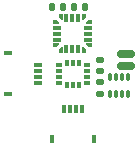
<source format=gts>
G04 #@! TF.GenerationSoftware,KiCad,Pcbnew,7.0.7*
G04 #@! TF.CreationDate,2024-03-10T05:29:25-05:00*
G04 #@! TF.ProjectId,O12imu,4f313269-6d75-42e6-9b69-6361645f7063,1*
G04 #@! TF.SameCoordinates,Original*
G04 #@! TF.FileFunction,Soldermask,Top*
G04 #@! TF.FilePolarity,Negative*
%FSLAX46Y46*%
G04 Gerber Fmt 4.6, Leading zero omitted, Abs format (unit mm)*
G04 Created by KiCad (PCBNEW 7.0.7) date 2024-03-10 05:29:25*
%MOMM*%
%LPD*%
G01*
G04 APERTURE LIST*
G04 Aperture macros list*
%AMRoundRect*
0 Rectangle with rounded corners*
0 $1 Rounding radius*
0 $2 $3 $4 $5 $6 $7 $8 $9 X,Y pos of 4 corners*
0 Add a 4 corners polygon primitive as box body*
4,1,4,$2,$3,$4,$5,$6,$7,$8,$9,$2,$3,0*
0 Add four circle primitives for the rounded corners*
1,1,$1+$1,$2,$3*
1,1,$1+$1,$4,$5*
1,1,$1+$1,$6,$7*
1,1,$1+$1,$8,$9*
0 Add four rect primitives between the rounded corners*
20,1,$1+$1,$2,$3,$4,$5,0*
20,1,$1+$1,$4,$5,$6,$7,0*
20,1,$1+$1,$6,$7,$8,$9,0*
20,1,$1+$1,$8,$9,$2,$3,0*%
%AMFreePoly0*
4,1,6,0.325000,0.000000,0.325000,-0.150000,-0.175000,-0.150000,-0.175000,0.150000,0.175000,0.150000,0.325000,0.000000,0.325000,0.000000,$1*%
%AMFreePoly1*
4,1,6,0.325000,0.000000,0.175000,-0.150000,-0.175000,-0.150000,-0.175000,0.150000,0.325000,0.150000,0.325000,0.000000,0.325000,0.000000,$1*%
%AMFreePoly2*
4,1,6,0.150000,-0.175000,-0.150000,-0.175000,-0.150000,0.175000,0.000000,0.325000,0.150000,0.325000,0.150000,-0.175000,0.150000,-0.175000,$1*%
%AMFreePoly3*
4,1,6,0.150000,0.175000,0.150000,-0.175000,-0.150000,-0.175000,-0.150000,0.325000,0.000000,0.325000,0.150000,0.175000,0.150000,0.175000,$1*%
%AMFreePoly4*
4,1,6,0.175000,-0.150000,-0.175000,-0.150000,-0.325000,0.000000,-0.325000,0.150000,0.175000,0.150000,0.175000,-0.150000,0.175000,-0.150000,$1*%
%AMFreePoly5*
4,1,7,0.175000,-0.150000,-0.175000,-0.150000,-0.325000,-0.150000,-0.325000,0.000000,-0.175000,0.150000,0.175000,0.150000,0.175000,-0.150000,0.175000,-0.150000,$1*%
%AMFreePoly6*
4,1,6,0.150000,-0.175000,0.000000,-0.325000,-0.150000,-0.325000,-0.150000,0.175000,0.150000,0.175000,0.150000,-0.175000,0.150000,-0.175000,$1*%
%AMFreePoly7*
4,1,6,0.150000,-0.325000,0.000000,-0.325000,-0.150000,-0.175000,-0.150000,0.175000,0.150000,0.175000,0.150000,-0.325000,0.150000,-0.325000,$1*%
G04 Aperture macros list end*
%ADD10FreePoly0,270.000000*%
%ADD11R,0.300000X0.700000*%
%ADD12FreePoly1,270.000000*%
%ADD13FreePoly2,270.000000*%
%ADD14R,0.700000X0.300000*%
%ADD15FreePoly3,270.000000*%
%ADD16FreePoly4,270.000000*%
%ADD17FreePoly5,270.000000*%
%ADD18FreePoly6,270.000000*%
%ADD19FreePoly7,270.000000*%
%ADD20RoundRect,0.140000X0.170000X-0.140000X0.170000X0.140000X-0.170000X0.140000X-0.170000X-0.140000X0*%
%ADD21RoundRect,0.150000X0.600000X-0.150000X0.600000X0.150000X-0.600000X0.150000X-0.600000X-0.150000X0*%
%ADD22R,0.533400X0.304800*%
%ADD23R,0.304800X0.533400*%
%ADD24R,0.800000X0.300000*%
%ADD25R,0.800000X0.400000*%
%ADD26RoundRect,0.050000X-0.100000X0.285000X-0.100000X-0.285000X0.100000X-0.285000X0.100000X0.285000X0*%
%ADD27R,0.300000X0.800000*%
%ADD28R,0.400000X0.800000*%
%ADD29RoundRect,0.140000X-0.170000X0.140000X-0.170000X-0.140000X0.170000X-0.140000X0.170000X0.140000X0*%
%ADD30RoundRect,0.140000X0.140000X0.170000X-0.140000X0.170000X-0.140000X-0.170000X0.140000X-0.170000X0*%
%ADD31RoundRect,0.140000X-0.140000X-0.170000X0.140000X-0.170000X0.140000X0.170000X-0.140000X0.170000X0*%
G04 APERTURE END LIST*
D10*
X50950000Y-45125000D03*
D11*
X50450000Y-45300000D03*
X49950000Y-45300000D03*
X49450000Y-45300000D03*
D12*
X48950000Y-45125000D03*
D13*
X48475000Y-45600000D03*
D14*
X48650000Y-46100000D03*
X48650000Y-46600000D03*
X48650000Y-47100000D03*
D15*
X48475000Y-47600000D03*
D16*
X48950000Y-48075000D03*
D11*
X49450000Y-47900000D03*
X49950000Y-47900000D03*
X50450000Y-47900000D03*
D17*
X50950000Y-48075000D03*
D18*
X51425000Y-47600000D03*
D14*
X51250000Y-47100000D03*
X51250000Y-46600000D03*
X51250000Y-46100000D03*
D19*
X51425000Y-45600000D03*
D20*
X52300000Y-49780000D03*
X52300000Y-48820000D03*
D21*
X54500000Y-48300000D03*
D22*
X48818900Y-49249999D03*
X48818900Y-49750000D03*
X48818900Y-50250000D03*
X48818900Y-50750001D03*
D23*
X49500001Y-50927100D03*
X50000000Y-50927100D03*
X50499999Y-50927100D03*
D22*
X51181100Y-50750001D03*
X51181100Y-50250000D03*
X51181100Y-49750000D03*
X51181100Y-49249999D03*
D23*
X50499999Y-49072900D03*
X50000000Y-49072900D03*
X49500001Y-49072900D03*
D24*
X47000000Y-50750000D03*
X47000000Y-50250000D03*
X47000000Y-49750000D03*
X47000000Y-49250000D03*
D25*
X44500000Y-48250000D03*
X44500000Y-51750000D03*
D26*
X54650000Y-50250000D03*
X54150000Y-50250000D03*
X53650000Y-50250000D03*
X53150000Y-50250000D03*
X53150000Y-51730000D03*
X53650000Y-51730000D03*
X54150000Y-51730000D03*
X54650000Y-51730000D03*
D27*
X50750000Y-53000000D03*
X50250000Y-53000000D03*
X49750000Y-53000000D03*
X49250000Y-53000000D03*
D28*
X48250000Y-55500000D03*
X51750000Y-55500000D03*
D29*
X52300000Y-50720000D03*
X52300000Y-51680000D03*
D21*
X54500000Y-49300000D03*
D30*
X49180000Y-44350000D03*
X48220000Y-44350000D03*
D31*
X50070000Y-44350000D03*
X51030000Y-44350000D03*
M02*

</source>
